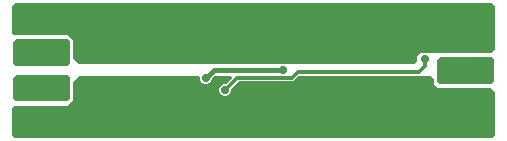
<source format=gbr>
%TF.GenerationSoftware,Altium Limited,Altium Designer,25.8.1 (18)*%
G04 Layer_Physical_Order=2*
G04 Layer_Color=16711680*
%FSLAX45Y45*%
%MOMM*%
%TF.SameCoordinates,C83170FB-7693-46FD-9F59-C890998B4B8C*%
%TF.FilePolarity,Positive*%
%TF.FileFunction,Copper,L2,Bot,Signal*%
%TF.Part,Single*%
G01*
G75*
%TA.AperFunction,Conductor*%
%ADD24C,0.40000*%
%ADD25C,0.30000*%
%TA.AperFunction,ViaPad*%
%ADD28C,0.70000*%
%ADD29C,0.65000*%
G36*
X4105577Y1164555D02*
X4114555Y1155577D01*
X4119414Y1143848D01*
Y1137500D01*
Y781914D01*
X4087500Y750000D01*
X3487500D01*
X3462500Y725000D01*
Y675000D01*
X3437500Y650000D01*
X2343719D01*
X2334889Y653658D01*
X2314997D01*
X2306167Y650000D01*
X600000D01*
X550000Y700000D01*
Y850000D01*
X500000Y900000D01*
X50000D01*
X30586Y919413D01*
Y1137500D01*
Y1143848D01*
X35445Y1155577D01*
X44423Y1164555D01*
X56152Y1169413D01*
X4093848D01*
X4105577Y1164555D01*
D02*
G37*
G36*
X525000Y837500D02*
Y662500D01*
X500000Y637500D01*
X62500D01*
X37500Y662500D01*
Y837500D01*
X62500Y862500D01*
X500000D01*
X525000Y837500D01*
D02*
G37*
G36*
X3600000Y525000D02*
Y487500D01*
X3637500Y450000D01*
X4087500D01*
X4119414Y418086D01*
Y56152D01*
X4114555Y44423D01*
X4105578Y35445D01*
X4093848Y30586D01*
X56152D01*
X44422Y35445D01*
X35445Y44422D01*
X30586Y56152D01*
Y280586D01*
X50000Y300000D01*
X500000D01*
X550000Y350000D01*
Y500000D01*
X600000Y550000D01*
X1614356D01*
X1619222Y542717D01*
Y522826D01*
X1626834Y504449D01*
X1640899Y490383D01*
X1659277Y482771D01*
X1679168D01*
X1697545Y490383D01*
X1711610Y504449D01*
X1719222Y522826D01*
Y532304D01*
X1736918Y550000D01*
X1884590D01*
X1890904Y534756D01*
X1840670Y484522D01*
X1823982D01*
X1805605Y476910D01*
X1791539Y462844D01*
X1783928Y444467D01*
Y424576D01*
X1791539Y406199D01*
X1805605Y392134D01*
X1823982Y384522D01*
X1843873D01*
X1862250Y392134D01*
X1876316Y406199D01*
X1883927Y424576D01*
Y441264D01*
X1949576Y506912D01*
X2399999D01*
X2400000Y506912D01*
X2411705Y509241D01*
X2421629Y515871D01*
X2455757Y550000D01*
X3575000D01*
X3600000Y525000D01*
D02*
G37*
G36*
X4115001Y687500D02*
Y512500D01*
X4090001Y487500D01*
X3652501D01*
X3627501Y512500D01*
Y687500D01*
X3652501Y712500D01*
X4090001D01*
X4115001Y687500D01*
D02*
G37*
G36*
X525000Y537500D02*
Y362500D01*
X500000Y337500D01*
X62500D01*
X37500Y362500D01*
Y537500D01*
X62500Y562500D01*
X500000D01*
X525000Y537500D01*
D02*
G37*
D24*
X1740109Y603658D02*
X2324943D01*
X1669222Y532771D02*
X1740109Y603658D01*
D25*
X1936906Y537500D02*
X2400000D01*
X1833927Y434522D02*
X1936906Y537500D01*
X2400000D02*
X2450000Y587500D01*
X3476903D01*
X3525000Y635597D01*
Y700000D01*
D28*
X2324943Y603658D02*
D03*
X1833927Y434522D02*
D03*
X1669222Y532771D02*
D03*
X3525000Y700000D02*
D03*
D29*
X3970001Y180000D02*
D03*
X3770001D02*
D03*
X3870001Y105000D02*
D03*
Y255000D02*
D03*
X4070001D02*
D03*
Y105000D02*
D03*
X3670001D02*
D03*
Y255000D02*
D03*
X3970001Y600000D02*
D03*
X3770001D02*
D03*
X3870001Y525000D02*
D03*
Y675000D02*
D03*
X4070001D02*
D03*
Y525000D02*
D03*
X3670001D02*
D03*
Y675000D02*
D03*
X3970001Y1020000D02*
D03*
X3770001D02*
D03*
X3870001Y945000D02*
D03*
Y1095000D02*
D03*
X4070001D02*
D03*
Y945000D02*
D03*
X3670001D02*
D03*
Y1095000D02*
D03*
X380000Y155000D02*
D03*
X180000D02*
D03*
X280000Y80000D02*
D03*
Y230000D02*
D03*
X480000D02*
D03*
Y80000D02*
D03*
X80000D02*
D03*
Y230000D02*
D03*
X380000Y450000D02*
D03*
X180000D02*
D03*
X280000Y375000D02*
D03*
Y525000D02*
D03*
X480000D02*
D03*
Y375000D02*
D03*
X80000D02*
D03*
Y525000D02*
D03*
X380000Y750000D02*
D03*
X180000D02*
D03*
X280000Y675000D02*
D03*
Y825000D02*
D03*
X480000D02*
D03*
Y675000D02*
D03*
X80000D02*
D03*
Y825000D02*
D03*
X380000Y1045000D02*
D03*
X180000D02*
D03*
X280000Y970000D02*
D03*
Y1120000D02*
D03*
X480000D02*
D03*
Y970000D02*
D03*
X80000D02*
D03*
Y1120000D02*
D03*
%TF.MD5,8f9270fcac730e5ab5110fc1b099ef86*%
M02*

</source>
